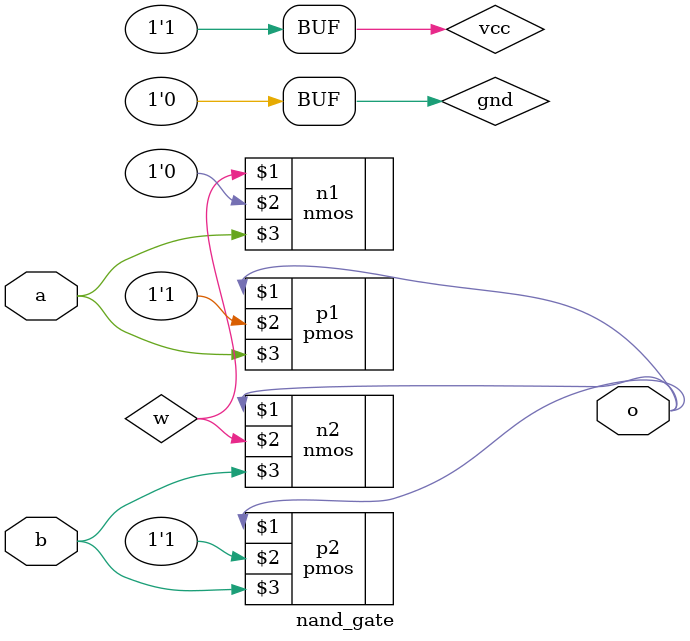
<source format=v>
module nand_gate(a,b,o);
input a,b;
output o;
supply0 gnd;
supply1 vcc;
wire w;
pmos p1(o,vcc,a);
pmos p2(o,vcc,b);
nmos n1(w,gnd,a);
nmos n2(o,w,b);
endmodule

</source>
